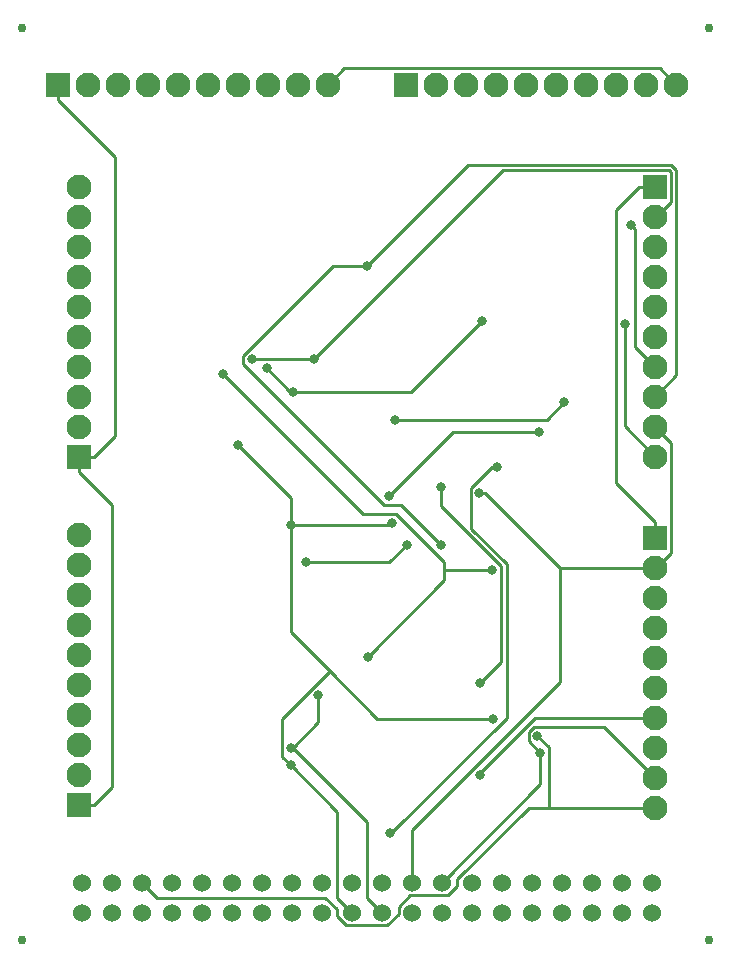
<source format=gbr>
G04 #@! TF.GenerationSoftware,KiCad,Pcbnew,(5.1.2-1)-1*
G04 #@! TF.CreationDate,2019-07-02T18:03:37-05:00*
G04 #@! TF.ProjectId,multiSPI,6d756c74-6953-4504-992e-6b696361645f,rev?*
G04 #@! TF.SameCoordinates,Original*
G04 #@! TF.FileFunction,Copper,L2,Bot*
G04 #@! TF.FilePolarity,Positive*
%FSLAX46Y46*%
G04 Gerber Fmt 4.6, Leading zero omitted, Abs format (unit mm)*
G04 Created by KiCad (PCBNEW (5.1.2-1)-1) date 2019-07-02 18:03:37*
%MOMM*%
%LPD*%
G04 APERTURE LIST*
%ADD10C,0.750000*%
%ADD11C,2.100000*%
%ADD12R,2.100000X2.100000*%
%ADD13C,1.524000*%
%ADD14C,0.800000*%
%ADD15C,0.250000*%
G04 APERTURE END LIST*
D10*
X113030000Y-121666000D03*
X171196000Y-121666000D03*
X171196000Y-44450000D03*
X113030000Y-44450000D03*
D11*
X166624000Y-110490000D03*
X166624000Y-107950000D03*
X166624000Y-105410000D03*
X166624000Y-102870000D03*
X166624000Y-100330000D03*
X166624000Y-97790000D03*
X166624000Y-95250000D03*
X166624000Y-92710000D03*
X166624000Y-90170000D03*
D12*
X166624000Y-87630000D03*
D13*
X166370000Y-116840000D03*
X166370000Y-119380000D03*
X163830000Y-116840000D03*
X163830000Y-119380000D03*
X161290000Y-116840000D03*
X161290000Y-119380000D03*
X158750000Y-116840000D03*
X158750000Y-119380000D03*
X156210000Y-116840000D03*
X156210000Y-119380000D03*
X153670000Y-116840000D03*
X153670000Y-119380000D03*
X151130000Y-116840000D03*
X151130000Y-119380000D03*
X148590000Y-116840000D03*
X148590000Y-119380000D03*
X146050000Y-116840000D03*
X146050000Y-119380000D03*
X143510000Y-116840000D03*
X143510000Y-119380000D03*
X140970000Y-116840000D03*
X140970000Y-119380000D03*
X138430000Y-116840000D03*
X138430000Y-119380000D03*
X135890000Y-116840000D03*
X135890000Y-119380000D03*
X133350000Y-116840000D03*
X133350000Y-119380000D03*
X130810000Y-116840000D03*
X130810000Y-119380000D03*
X128270000Y-116840000D03*
X128270000Y-119380000D03*
X125730000Y-116840000D03*
X125730000Y-119380000D03*
X123190000Y-116840000D03*
X123190000Y-119380000D03*
X120650000Y-116840000D03*
X120650000Y-119380000D03*
X118110000Y-116840000D03*
X118110000Y-119380000D03*
D11*
X166624000Y-80772000D03*
X166624000Y-78232000D03*
X166624000Y-75692000D03*
X166624000Y-73152000D03*
X166624000Y-70612000D03*
X166624000Y-68072000D03*
X166624000Y-65532000D03*
X166624000Y-62992000D03*
X166624000Y-60452000D03*
D12*
X166624000Y-57912000D03*
D11*
X168402000Y-49276000D03*
X165862000Y-49276000D03*
X163322000Y-49276000D03*
X160782000Y-49276000D03*
X158242000Y-49276000D03*
X155702000Y-49276000D03*
X153162000Y-49276000D03*
X150622000Y-49276000D03*
X148082000Y-49276000D03*
D12*
X145542000Y-49276000D03*
D11*
X138938000Y-49276000D03*
X136398000Y-49276000D03*
X133858000Y-49276000D03*
X131318000Y-49276000D03*
X128778000Y-49276000D03*
X126238000Y-49276000D03*
X123698000Y-49276000D03*
X121158000Y-49276000D03*
X118618000Y-49276000D03*
D12*
X116078000Y-49276000D03*
D11*
X117856000Y-57912000D03*
X117856000Y-60452000D03*
X117856000Y-62992000D03*
X117856000Y-65532000D03*
X117856000Y-68072000D03*
X117856000Y-70612000D03*
X117856000Y-73152000D03*
X117856000Y-75692000D03*
X117856000Y-78232000D03*
D12*
X117856000Y-80772000D03*
D11*
X117856000Y-87376000D03*
X117856000Y-89916000D03*
X117856000Y-92456000D03*
X117856000Y-94996000D03*
X117856000Y-97536000D03*
X117856000Y-100076000D03*
X117856000Y-102616000D03*
X117856000Y-105156000D03*
X117856000Y-107696000D03*
D12*
X117856000Y-110236000D03*
D14*
X156669200Y-104394000D03*
X164061800Y-69573600D03*
X151773700Y-83836600D03*
X142240000Y-64672300D03*
X148506600Y-88243100D03*
X164600500Y-61174200D03*
X158953400Y-76169400D03*
X144609400Y-77639000D03*
X156827800Y-78689500D03*
X144092300Y-84137000D03*
X135782800Y-86544300D03*
X135782300Y-106924900D03*
X152943500Y-102972900D03*
X131296200Y-79769500D03*
X144396800Y-86364600D03*
X135960700Y-75319300D03*
X151958800Y-69324000D03*
X133757500Y-73313200D03*
X137790900Y-72547000D03*
X138115200Y-100970000D03*
X135789800Y-105414900D03*
X132511700Y-72547000D03*
X156928900Y-105856700D03*
X151788700Y-107723000D03*
X144190700Y-112687500D03*
X153264500Y-81658900D03*
X137079500Y-89735000D03*
X145606900Y-88249600D03*
X152854700Y-90361900D03*
X130050000Y-73797900D03*
X142301800Y-97702300D03*
X148502700Y-83390000D03*
X151784900Y-99935000D03*
D15*
X168402000Y-49276000D02*
X167026600Y-47900600D01*
X167026600Y-47900600D02*
X140313400Y-47900600D01*
X140313400Y-47900600D02*
X138938000Y-49276000D01*
X123190000Y-116840000D02*
X124460000Y-118110000D01*
X124460000Y-118110000D02*
X138730000Y-118110000D01*
X138730000Y-118110000D02*
X139700000Y-119080000D01*
X139700000Y-119080000D02*
X139700000Y-119688000D01*
X139700000Y-119688000D02*
X140481400Y-120469400D01*
X140481400Y-120469400D02*
X143966800Y-120469400D01*
X143966800Y-120469400D02*
X144962600Y-119473600D01*
X144962600Y-119473600D02*
X144962600Y-118876900D01*
X144962600Y-118876900D02*
X145912100Y-117927400D01*
X145912100Y-117927400D02*
X149104900Y-117927400D01*
X149104900Y-117927400D02*
X149860000Y-117172300D01*
X149860000Y-117172300D02*
X149860000Y-116568900D01*
X149860000Y-116568900D02*
X155938900Y-110490000D01*
X155938900Y-110490000D02*
X157676900Y-110490000D01*
X157676900Y-110490000D02*
X166624000Y-110490000D01*
X157676900Y-110490000D02*
X157676900Y-105401700D01*
X157676900Y-105401700D02*
X156669200Y-104394000D01*
X166624000Y-80772000D02*
X164061900Y-78209900D01*
X164061900Y-78209900D02*
X164061900Y-69573600D01*
X164061900Y-69573600D02*
X164061800Y-69573600D01*
X117856000Y-110236000D02*
X119156000Y-110236000D01*
X119156000Y-110236000D02*
X120650000Y-108742000D01*
X120650000Y-108742000D02*
X120650000Y-84866000D01*
X120650000Y-84866000D02*
X117856000Y-82072000D01*
X117856000Y-82072000D02*
X117856000Y-80772000D01*
X166624000Y-57912000D02*
X165324000Y-57912000D01*
X165324000Y-57912000D02*
X163322000Y-59914000D01*
X163322000Y-59914000D02*
X163322000Y-83028000D01*
X163322000Y-83028000D02*
X166624000Y-86330000D01*
X166624000Y-86330000D02*
X166624000Y-87630000D01*
X117856000Y-80772000D02*
X119156000Y-80772000D01*
X119156000Y-80772000D02*
X120904000Y-79024000D01*
X120904000Y-79024000D02*
X120904000Y-55402000D01*
X120904000Y-55402000D02*
X116078000Y-50576000D01*
X116078000Y-50576000D02*
X116078000Y-49276000D01*
X166624000Y-78232000D02*
X167999400Y-79607400D01*
X167999400Y-79607400D02*
X167999400Y-88900100D01*
X167999400Y-88900100D02*
X166729500Y-90170000D01*
X166729500Y-90170000D02*
X166624000Y-90170000D01*
X166624000Y-90170000D02*
X158597200Y-90170000D01*
X146050000Y-116840000D02*
X146050000Y-112402600D01*
X146050000Y-112402600D02*
X158597200Y-99855400D01*
X158597200Y-99855400D02*
X158597200Y-90170000D01*
X158597200Y-90170000D02*
X152263800Y-83836600D01*
X152263800Y-83836600D02*
X151773700Y-83836600D01*
X166624000Y-75692000D02*
X168449700Y-73866300D01*
X168449700Y-73866300D02*
X168449700Y-56529500D01*
X168449700Y-56529500D02*
X168006500Y-56086300D01*
X168006500Y-56086300D02*
X150826000Y-56086300D01*
X150826000Y-56086300D02*
X142240000Y-64672300D01*
X142240000Y-64672300D02*
X139342400Y-64672300D01*
X139342400Y-64672300D02*
X131777500Y-72237200D01*
X131777500Y-72237200D02*
X131777500Y-72906700D01*
X131777500Y-72906700D02*
X143733100Y-84862300D01*
X143733100Y-84862300D02*
X145125800Y-84862300D01*
X145125800Y-84862300D02*
X148506600Y-88243100D01*
X166624000Y-73152000D02*
X164971300Y-71499300D01*
X164971300Y-71499300D02*
X164971300Y-61545000D01*
X164971300Y-61545000D02*
X164600500Y-61174200D01*
X144609400Y-77639000D02*
X157483800Y-77639000D01*
X157483800Y-77639000D02*
X158953400Y-76169400D01*
X156827800Y-78689500D02*
X149539800Y-78689500D01*
X149539800Y-78689500D02*
X144092300Y-84137000D01*
X140970000Y-119380000D02*
X139700000Y-118110000D01*
X139700000Y-118110000D02*
X139700000Y-110842600D01*
X139700000Y-110842600D02*
X135782300Y-106924900D01*
X139087800Y-98939600D02*
X135056500Y-102970900D01*
X135056500Y-102970900D02*
X135056500Y-106199100D01*
X135056500Y-106199100D02*
X135782300Y-106924900D01*
X135782800Y-86544300D02*
X135782800Y-95634600D01*
X135782800Y-95634600D02*
X139087800Y-98939600D01*
X139087800Y-98939600D02*
X143121100Y-102972900D01*
X143121100Y-102972900D02*
X152943500Y-102972900D01*
X135782800Y-86544300D02*
X135782800Y-84256100D01*
X135782800Y-84256100D02*
X131296200Y-79769500D01*
X144396800Y-86364600D02*
X144217100Y-86544300D01*
X144217100Y-86544300D02*
X135782800Y-86544300D01*
X135960700Y-75319300D02*
X135763600Y-75319300D01*
X135763600Y-75319300D02*
X133757500Y-73313200D01*
X135960700Y-75319300D02*
X145963500Y-75319300D01*
X145963500Y-75319300D02*
X151958800Y-69324000D01*
X143510000Y-119380000D02*
X142240000Y-118110000D01*
X142240000Y-118110000D02*
X142240000Y-111676500D01*
X142240000Y-111676500D02*
X135978400Y-105414900D01*
X138115200Y-100970000D02*
X138115200Y-103278100D01*
X138115200Y-103278100D02*
X135978400Y-105414900D01*
X135978400Y-105414900D02*
X135789800Y-105414900D01*
X166624000Y-60452000D02*
X166744300Y-60452000D01*
X166744300Y-60452000D02*
X167999400Y-59196900D01*
X167999400Y-59196900D02*
X167999400Y-56716100D01*
X167999400Y-56716100D02*
X167820000Y-56536700D01*
X167820000Y-56536700D02*
X153801200Y-56536700D01*
X153801200Y-56536700D02*
X137790900Y-72547000D01*
X137790900Y-72547000D02*
X132511700Y-72547000D01*
X148590000Y-116840000D02*
X156928900Y-108501100D01*
X156928900Y-108501100D02*
X156928900Y-105856700D01*
X166624000Y-107950000D02*
X162326400Y-103652400D01*
X162326400Y-103652400D02*
X156371300Y-103652400D01*
X156371300Y-103652400D02*
X155937000Y-104086700D01*
X155937000Y-104086700D02*
X155937000Y-104864800D01*
X155937000Y-104864800D02*
X156928900Y-105856700D01*
X166624000Y-102870000D02*
X156456100Y-102870000D01*
X156456100Y-102870000D02*
X151788700Y-107537400D01*
X151788700Y-107537400D02*
X151788700Y-107723000D01*
X144190700Y-112687500D02*
X144313600Y-112687500D01*
X144313600Y-112687500D02*
X154066100Y-102935000D01*
X154066100Y-102935000D02*
X154066100Y-89898600D01*
X154066100Y-89898600D02*
X151048400Y-86880900D01*
X151048400Y-86880900D02*
X151048400Y-83465500D01*
X151048400Y-83465500D02*
X152855000Y-81658900D01*
X152855000Y-81658900D02*
X153264500Y-81658900D01*
X137079500Y-89735000D02*
X144121500Y-89735000D01*
X144121500Y-89735000D02*
X145606900Y-88249600D01*
X142301800Y-97702300D02*
X148757600Y-91246500D01*
X148757600Y-91246500D02*
X148757600Y-90361900D01*
X148757600Y-90361900D02*
X152854700Y-90361900D01*
X148757600Y-90361900D02*
X148757600Y-89674200D01*
X148757600Y-89674200D02*
X144710000Y-85626600D01*
X144710000Y-85626600D02*
X141878700Y-85626600D01*
X141878700Y-85626600D02*
X130050000Y-73797900D01*
X151784900Y-99935000D02*
X153594500Y-98125400D01*
X153594500Y-98125400D02*
X153594500Y-90063900D01*
X153594500Y-90063900D02*
X148502700Y-84972100D01*
X148502700Y-84972100D02*
X148502700Y-83390000D01*
M02*

</source>
